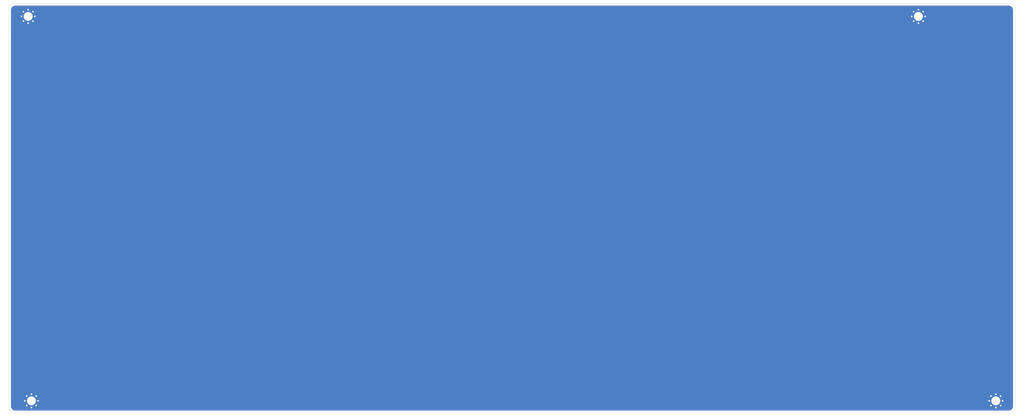
<source format=kicad_pcb>
(kicad_pcb (version 20171130) (host pcbnew "(5.1.5-0-10_14)")

  (general
    (thickness 1.6)
    (drawings 12)
    (tracks 0)
    (zones 0)
    (modules 4)
    (nets 2)
  )

  (page A4)
  (layers
    (0 F.Cu signal)
    (31 B.Cu signal)
    (32 B.Adhes user)
    (33 F.Adhes user)
    (34 B.Paste user)
    (35 F.Paste user)
    (36 B.SilkS user)
    (37 F.SilkS user)
    (38 B.Mask user)
    (39 F.Mask user)
    (40 Dwgs.User user)
    (41 Cmts.User user)
    (42 Eco1.User user)
    (43 Eco2.User user)
    (44 Edge.Cuts user)
    (45 Margin user)
    (46 B.CrtYd user)
    (47 F.CrtYd user)
    (48 B.Fab user)
    (49 F.Fab user)
  )

  (setup
    (last_trace_width 0.25)
    (trace_clearance 0.2)
    (zone_clearance 0.508)
    (zone_45_only no)
    (trace_min 0.2)
    (via_size 0.8)
    (via_drill 0.4)
    (via_min_size 0.4)
    (via_min_drill 0.3)
    (uvia_size 0.3)
    (uvia_drill 0.1)
    (uvias_allowed no)
    (uvia_min_size 0.2)
    (uvia_min_drill 0.1)
    (edge_width 0.05)
    (segment_width 0.2)
    (pcb_text_width 0.3)
    (pcb_text_size 1.5 1.5)
    (mod_edge_width 0.12)
    (mod_text_size 1 1)
    (mod_text_width 0.15)
    (pad_size 17.4 15.8)
    (pad_drill 0)
    (pad_to_mask_clearance 0.051)
    (solder_mask_min_width 0.25)
    (aux_axis_origin 0 0)
    (visible_elements FFFFFF7F)
    (pcbplotparams
      (layerselection 0x010fc_ffffffff)
      (usegerberextensions false)
      (usegerberattributes false)
      (usegerberadvancedattributes false)
      (creategerberjobfile false)
      (excludeedgelayer true)
      (linewidth 0.100000)
      (plotframeref false)
      (viasonmask false)
      (mode 1)
      (useauxorigin false)
      (hpglpennumber 1)
      (hpglpenspeed 20)
      (hpglpendiameter 15.000000)
      (psnegative false)
      (psa4output false)
      (plotreference true)
      (plotvalue true)
      (plotinvisibletext false)
      (padsonsilk false)
      (subtractmaskfromsilk false)
      (outputformat 1)
      (mirror false)
      (drillshape 0)
      (scaleselection 1)
      (outputdirectory "zhuyin40-bottom-gerbers"))
  )

  (net 0 "")
  (net 1 GND)

  (net_class Default "This is the default net class."
    (clearance 0.2)
    (trace_width 0.25)
    (via_dia 0.8)
    (via_drill 0.4)
    (uvia_dia 0.3)
    (uvia_drill 0.1)
    (add_net GND)
  )

  (module MountingHole:MountingHole_2.2mm_M2_Pad_Via (layer F.Cu) (tedit 56DDB9C7) (tstamp 5F4DCB98)
    (at 256.38125 48.41875)
    (descr "Mounting Hole 2.2mm, M2")
    (tags "mounting hole 2.2mm m2")
    (path /5F526CD1)
    (attr virtual)
    (fp_text reference H4 (at 0 -3.2) (layer F.Fab)
      (effects (font (size 1 1) (thickness 0.15)))
    )
    (fp_text value MountingHole_Pad (at 0 3.2) (layer F.Fab)
      (effects (font (size 1 1) (thickness 0.15)))
    )
    (fp_circle (center 0 0) (end 2.45 0) (layer F.CrtYd) (width 0.05))
    (fp_circle (center 0 0) (end 2.2 0) (layer Cmts.User) (width 0.15))
    (fp_text user %R (at 0.3 0) (layer F.Fab)
      (effects (font (size 1 1) (thickness 0.15)))
    )
    (pad 1 thru_hole circle (at 1.166726 -1.166726) (size 0.7 0.7) (drill 0.4) (layers *.Cu *.Mask)
      (net 1 GND))
    (pad 1 thru_hole circle (at 0 -1.65) (size 0.7 0.7) (drill 0.4) (layers *.Cu *.Mask)
      (net 1 GND))
    (pad 1 thru_hole circle (at -1.166726 -1.166726) (size 0.7 0.7) (drill 0.4) (layers *.Cu *.Mask)
      (net 1 GND))
    (pad 1 thru_hole circle (at -1.65 0) (size 0.7 0.7) (drill 0.4) (layers *.Cu *.Mask)
      (net 1 GND))
    (pad 1 thru_hole circle (at -1.166726 1.166726) (size 0.7 0.7) (drill 0.4) (layers *.Cu *.Mask)
      (net 1 GND))
    (pad 1 thru_hole circle (at 0 1.65) (size 0.7 0.7) (drill 0.4) (layers *.Cu *.Mask)
      (net 1 GND))
    (pad 1 thru_hole circle (at 1.166726 1.166726) (size 0.7 0.7) (drill 0.4) (layers *.Cu *.Mask)
      (net 1 GND))
    (pad 1 thru_hole circle (at 1.65 0) (size 0.7 0.7) (drill 0.4) (layers *.Cu *.Mask)
      (net 1 GND))
    (pad 1 thru_hole circle (at 0 0) (size 4.4 4.4) (drill 2.2) (layers *.Cu *.Mask)
      (net 1 GND))
  )

  (module MountingHole:MountingHole_2.2mm_M2_Pad_Via (layer F.Cu) (tedit 56DDB9C7) (tstamp 5F4DCB88)
    (at 275.43125 143.129)
    (descr "Mounting Hole 2.2mm, M2")
    (tags "mounting hole 2.2mm m2")
    (path /5F52614D)
    (attr virtual)
    (fp_text reference H3 (at 0 -3.2) (layer F.Fab)
      (effects (font (size 1 1) (thickness 0.15)))
    )
    (fp_text value MountingHole_Pad (at 0 3.2) (layer F.Fab)
      (effects (font (size 1 1) (thickness 0.15)))
    )
    (fp_circle (center 0 0) (end 2.45 0) (layer F.CrtYd) (width 0.05))
    (fp_circle (center 0 0) (end 2.2 0) (layer Cmts.User) (width 0.15))
    (fp_text user %R (at 0.3 0) (layer F.Fab)
      (effects (font (size 1 1) (thickness 0.15)))
    )
    (pad 1 thru_hole circle (at 1.166726 -1.166726) (size 0.7 0.7) (drill 0.4) (layers *.Cu *.Mask)
      (net 1 GND))
    (pad 1 thru_hole circle (at 0 -1.65) (size 0.7 0.7) (drill 0.4) (layers *.Cu *.Mask)
      (net 1 GND))
    (pad 1 thru_hole circle (at -1.166726 -1.166726) (size 0.7 0.7) (drill 0.4) (layers *.Cu *.Mask)
      (net 1 GND))
    (pad 1 thru_hole circle (at -1.65 0) (size 0.7 0.7) (drill 0.4) (layers *.Cu *.Mask)
      (net 1 GND))
    (pad 1 thru_hole circle (at -1.166726 1.166726) (size 0.7 0.7) (drill 0.4) (layers *.Cu *.Mask)
      (net 1 GND))
    (pad 1 thru_hole circle (at 0 1.65) (size 0.7 0.7) (drill 0.4) (layers *.Cu *.Mask)
      (net 1 GND))
    (pad 1 thru_hole circle (at 1.166726 1.166726) (size 0.7 0.7) (drill 0.4) (layers *.Cu *.Mask)
      (net 1 GND))
    (pad 1 thru_hole circle (at 1.65 0) (size 0.7 0.7) (drill 0.4) (layers *.Cu *.Mask)
      (net 1 GND))
    (pad 1 thru_hole circle (at 0 0) (size 4.4 4.4) (drill 2.2) (layers *.Cu *.Mask)
      (net 1 GND))
  )

  (module MountingHole:MountingHole_2.2mm_M2_Pad_Via (layer F.Cu) (tedit 56DDB9C7) (tstamp 5F4DEA67)
    (at 38.1 143.129)
    (descr "Mounting Hole 2.2mm, M2")
    (tags "mounting hole 2.2mm m2")
    (path /5F526CCB)
    (attr virtual)
    (fp_text reference H2 (at 0 -3.2) (layer F.Fab)
      (effects (font (size 1 1) (thickness 0.15)))
    )
    (fp_text value MountingHole_Pad (at 0 3.2) (layer F.Fab)
      (effects (font (size 1 1) (thickness 0.15)))
    )
    (fp_circle (center 0 0) (end 2.45 0) (layer F.CrtYd) (width 0.05))
    (fp_circle (center 0 0) (end 2.2 0) (layer Cmts.User) (width 0.15))
    (fp_text user %R (at 0.3 0) (layer F.Fab)
      (effects (font (size 1 1) (thickness 0.15)))
    )
    (pad 1 thru_hole circle (at 1.166726 -1.166726) (size 0.7 0.7) (drill 0.4) (layers *.Cu *.Mask)
      (net 1 GND))
    (pad 1 thru_hole circle (at 0 -1.65) (size 0.7 0.7) (drill 0.4) (layers *.Cu *.Mask)
      (net 1 GND))
    (pad 1 thru_hole circle (at -1.166726 -1.166726) (size 0.7 0.7) (drill 0.4) (layers *.Cu *.Mask)
      (net 1 GND))
    (pad 1 thru_hole circle (at -1.65 0) (size 0.7 0.7) (drill 0.4) (layers *.Cu *.Mask)
      (net 1 GND))
    (pad 1 thru_hole circle (at -1.166726 1.166726) (size 0.7 0.7) (drill 0.4) (layers *.Cu *.Mask)
      (net 1 GND))
    (pad 1 thru_hole circle (at 0 1.65) (size 0.7 0.7) (drill 0.4) (layers *.Cu *.Mask)
      (net 1 GND))
    (pad 1 thru_hole circle (at 1.166726 1.166726) (size 0.7 0.7) (drill 0.4) (layers *.Cu *.Mask)
      (net 1 GND))
    (pad 1 thru_hole circle (at 1.65 0) (size 0.7 0.7) (drill 0.4) (layers *.Cu *.Mask)
      (net 1 GND))
    (pad 1 thru_hole circle (at 0 0) (size 4.4 4.4) (drill 2.2) (layers *.Cu *.Mask)
      (net 1 GND))
  )

  (module MountingHole:MountingHole_2.2mm_M2_Pad_Via (layer F.Cu) (tedit 56DDB9C7) (tstamp 5F4DCB68)
    (at 37.30625 48.41875)
    (descr "Mounting Hole 2.2mm, M2")
    (tags "mounting hole 2.2mm m2")
    (path /5F51D248)
    (attr virtual)
    (fp_text reference H1 (at 0 -3.2) (layer F.Fab)
      (effects (font (size 1 1) (thickness 0.15)))
    )
    (fp_text value MountingHole_Pad (at 0 3.2) (layer F.Fab)
      (effects (font (size 1 1) (thickness 0.15)))
    )
    (fp_circle (center 0 0) (end 2.45 0) (layer F.CrtYd) (width 0.05))
    (fp_circle (center 0 0) (end 2.2 0) (layer Cmts.User) (width 0.15))
    (fp_text user %R (at 0.3 0) (layer F.Fab)
      (effects (font (size 1 1) (thickness 0.15)))
    )
    (pad 1 thru_hole circle (at 1.166726 -1.166726) (size 0.7 0.7) (drill 0.4) (layers *.Cu *.Mask)
      (net 1 GND))
    (pad 1 thru_hole circle (at 0 -1.65) (size 0.7 0.7) (drill 0.4) (layers *.Cu *.Mask)
      (net 1 GND))
    (pad 1 thru_hole circle (at -1.166726 -1.166726) (size 0.7 0.7) (drill 0.4) (layers *.Cu *.Mask)
      (net 1 GND))
    (pad 1 thru_hole circle (at -1.65 0) (size 0.7 0.7) (drill 0.4) (layers *.Cu *.Mask)
      (net 1 GND))
    (pad 1 thru_hole circle (at -1.166726 1.166726) (size 0.7 0.7) (drill 0.4) (layers *.Cu *.Mask)
      (net 1 GND))
    (pad 1 thru_hole circle (at 0 1.65) (size 0.7 0.7) (drill 0.4) (layers *.Cu *.Mask)
      (net 1 GND))
    (pad 1 thru_hole circle (at 1.166726 1.166726) (size 0.7 0.7) (drill 0.4) (layers *.Cu *.Mask)
      (net 1 GND))
    (pad 1 thru_hole circle (at 1.65 0) (size 0.7 0.7) (drill 0.4) (layers *.Cu *.Mask)
      (net 1 GND))
    (pad 1 thru_hole circle (at 0 0) (size 4.4 4.4) (drill 2.2) (layers *.Cu *.Mask)
      (net 1 GND))
  )

  (gr_arc (start 34.13125 46.83125) (end 34.13125 45.24375) (angle -90) (layer Edge.Cuts) (width 0.05))
  (gr_line (start 32.54375 53.18125) (end 32.54375 46.83125) (layer Edge.Cuts) (width 0.05))
  (gr_line (start 43.65625 45.24375) (end 34.13125 45.24375) (layer Edge.Cuts) (width 0.05))
  (gr_arc (start 278.60625 46.83125) (end 280.19375 46.83125) (angle -90) (layer Edge.Cuts) (width 0.05))
  (gr_line (start 280.19375 53.18125) (end 280.19375 46.83125) (layer Edge.Cuts) (width 0.05))
  (gr_line (start 250.03125 45.24375) (end 278.60625 45.24375) (layer Edge.Cuts) (width 0.05))
  (gr_arc (start 278.60625 144.4625) (end 278.60625 146.05) (angle -90) (layer Edge.Cuts) (width 0.05))
  (gr_arc (start 34.13125 144.4625) (end 32.54375 144.4625) (angle -90) (layer Edge.Cuts) (width 0.05))
  (gr_line (start 280.19375 144.4625) (end 280.19375 53.18125) (layer Edge.Cuts) (width 0.05) (tstamp 5F487717))
  (gr_line (start 34.13125 146.05) (end 278.60625 146.05) (layer Edge.Cuts) (width 0.05))
  (gr_line (start 32.54375 53.18125) (end 32.54375 144.4625) (layer Edge.Cuts) (width 0.05))
  (gr_line (start 250.03125 45.24375) (end 43.65625 45.24375) (layer Edge.Cuts) (width 0.05))

  (zone (net 1) (net_name GND) (layer F.Cu) (tstamp 5F4D12C9) (hatch edge 0.508)
    (connect_pads yes (clearance 0.508))
    (min_thickness 0.254)
    (fill yes (arc_segments 32) (thermal_gap 0.508) (thermal_bridge_width 0.508))
    (polygon
      (pts
        (xy 280.9875 146.84375) (xy 31.75 146.84375) (xy 31.75 44.45) (xy 280.9875 44.45)
      )
    )
    (filled_polygon
      (pts
        (xy 278.785788 45.924519) (xy 278.958487 45.97666) (xy 279.117768 46.061352) (xy 279.257569 46.175369) (xy 279.372558 46.314367)
        (xy 279.45836 46.473055) (xy 279.511705 46.645385) (xy 279.533751 46.85514) (xy 279.53375 53.213668) (xy 279.533751 53.213678)
        (xy 279.53375 144.43022) (xy 279.512981 144.642038) (xy 279.460841 144.814736) (xy 279.376149 144.974018) (xy 279.262128 145.113821)
        (xy 279.123135 145.228806) (xy 278.964445 145.31461) (xy 278.792115 145.367955) (xy 278.582369 145.39) (xy 34.16353 145.39)
        (xy 33.951712 145.369231) (xy 33.779014 145.317091) (xy 33.619732 145.232399) (xy 33.479929 145.118378) (xy 33.364944 144.979385)
        (xy 33.27914 144.820695) (xy 33.225795 144.648365) (xy 33.20375 144.438619) (xy 33.20375 46.863529) (xy 33.224519 46.651712)
        (xy 33.27666 46.479013) (xy 33.361352 46.319732) (xy 33.475369 46.179931) (xy 33.614367 46.064942) (xy 33.773055 45.97914)
        (xy 33.945385 45.925795) (xy 34.15513 45.90375) (xy 278.573971 45.90375)
      )
    )
  )
  (zone (net 1) (net_name GND) (layer B.Cu) (tstamp 5F4D12C6) (hatch edge 0.508)
    (connect_pads yes (clearance 0.508))
    (min_thickness 0.254)
    (fill yes (arc_segments 32) (thermal_gap 0.508) (thermal_bridge_width 0.508))
    (polygon
      (pts
        (xy 280.9875 146.84375) (xy 31.75 146.84375) (xy 31.75 44.45) (xy 280.9875 44.45)
      )
    )
    (filled_polygon
      (pts
        (xy 278.785788 45.924519) (xy 278.958487 45.97666) (xy 279.117768 46.061352) (xy 279.257569 46.175369) (xy 279.372558 46.314367)
        (xy 279.45836 46.473055) (xy 279.511705 46.645385) (xy 279.533751 46.85514) (xy 279.53375 53.213668) (xy 279.533751 53.213678)
        (xy 279.53375 144.43022) (xy 279.512981 144.642038) (xy 279.460841 144.814736) (xy 279.376149 144.974018) (xy 279.262128 145.113821)
        (xy 279.123135 145.228806) (xy 278.964445 145.31461) (xy 278.792115 145.367955) (xy 278.582369 145.39) (xy 34.16353 145.39)
        (xy 33.951712 145.369231) (xy 33.779014 145.317091) (xy 33.619732 145.232399) (xy 33.479929 145.118378) (xy 33.364944 144.979385)
        (xy 33.27914 144.820695) (xy 33.225795 144.648365) (xy 33.20375 144.438619) (xy 33.20375 46.863529) (xy 33.224519 46.651712)
        (xy 33.27666 46.479013) (xy 33.361352 46.319732) (xy 33.475369 46.179931) (xy 33.614367 46.064942) (xy 33.773055 45.97914)
        (xy 33.945385 45.925795) (xy 34.15513 45.90375) (xy 278.573971 45.90375)
      )
    )
  )
)

</source>
